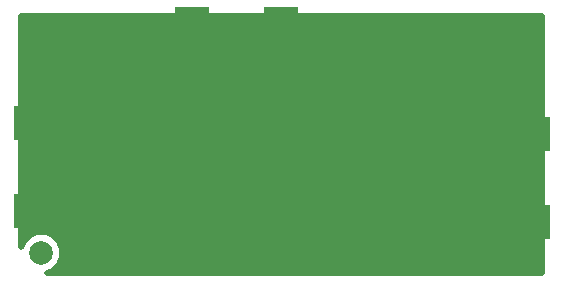
<source format=gbl>
G04 #@! TF.GenerationSoftware,KiCad,Pcbnew,5.0.2-bee76a0~70~ubuntu18.04.1*
G04 #@! TF.CreationDate,2019-03-07T22:18:03-05:00*
G04 #@! TF.ProjectId,mixer,6d697865-722e-46b6-9963-61645f706362,rev?*
G04 #@! TF.SameCoordinates,Original*
G04 #@! TF.FileFunction,Copper,L2,Bot*
G04 #@! TF.FilePolarity,Positive*
%FSLAX46Y46*%
G04 Gerber Fmt 4.6, Leading zero omitted, Abs format (unit mm)*
G04 Created by KiCad (PCBNEW 5.0.2-bee76a0~70~ubuntu18.04.1) date Thu 07 Mar 2019 10:18:03 PM EST*
%MOMM*%
%LPD*%
G01*
G04 APERTURE LIST*
G04 #@! TA.AperFunction,SMDPad,CuDef*
%ADD10R,5.000000X3.000000*%
G04 #@! TD*
G04 #@! TA.AperFunction,SMDPad,CuDef*
%ADD11R,3.000000X5.000000*%
G04 #@! TD*
G04 #@! TA.AperFunction,ComponentPad*
%ADD12C,1.998980*%
G04 #@! TD*
G04 #@! TA.AperFunction,ViaPad*
%ADD13C,0.685800*%
G04 #@! TD*
G04 #@! TA.AperFunction,Conductor*
%ADD14C,0.508000*%
G04 #@! TD*
G04 APERTURE END LIST*
D10*
G04 #@! TO.P,RF-IN,2*
G04 #@! TO.N,GND*
X118237000Y-84098000D03*
X118237000Y-76598000D03*
G04 #@! TD*
D11*
G04 #@! TO.P,J2,2*
G04 #@! TO.N,GND*
X138370000Y-69215000D03*
X130870000Y-69215000D03*
G04 #@! TD*
D10*
G04 #@! TO.P,RF-OUT,2*
G04 #@! TO.N,GND*
X158750000Y-77530000D03*
X158750000Y-85030000D03*
G04 #@! TD*
D12*
G04 #@! TO.P,VDD,1*
G04 #@! TO.N,VDD*
X118110000Y-87630000D03*
G04 #@! TD*
G04 #@! TO.P,GND,1*
G04 #@! TO.N,GND*
X151765000Y-87630000D03*
G04 #@! TD*
D13*
G04 #@! TO.N,GND*
X131572000Y-68072000D03*
X131572000Y-69342000D03*
X131572000Y-70612000D03*
X130048000Y-70612000D03*
X130048000Y-69342000D03*
X130048000Y-68072000D03*
X138938000Y-67818000D03*
X138938000Y-69342000D03*
X138938000Y-70612000D03*
X137414000Y-70612000D03*
X137414000Y-69342000D03*
X137414000Y-67818000D03*
X160020000Y-77216000D03*
X159004000Y-77216000D03*
X157734000Y-77216000D03*
X157734000Y-78486000D03*
X159004000Y-78486000D03*
X160020000Y-78486000D03*
X160020000Y-84582000D03*
X159004000Y-84582000D03*
X157734000Y-84582000D03*
X157734000Y-85852000D03*
X159004000Y-85852000D03*
X160020000Y-85852000D03*
X136144000Y-89154000D03*
X134620000Y-89154000D03*
X141224000Y-76962000D03*
X122428000Y-87122000D03*
X116840000Y-76200000D03*
X118110000Y-76200000D03*
X119380000Y-76200000D03*
X119380000Y-77470000D03*
X118110000Y-77470000D03*
X116840000Y-77470000D03*
X116840000Y-83566000D03*
X118110000Y-83566000D03*
X119634000Y-83566000D03*
X119634000Y-84836000D03*
X118110000Y-84836000D03*
X116840000Y-84836000D03*
X126619000Y-75438000D03*
X135382000Y-81407000D03*
X136271000Y-81407000D03*
X136271000Y-80518000D03*
X135382000Y-80518000D03*
X137922000Y-82931000D03*
X137668000Y-83820000D03*
X138684000Y-83566000D03*
X137922000Y-78994000D03*
X138811000Y-78613000D03*
X138049000Y-78105000D03*
X125857000Y-74676000D03*
X126619000Y-75438000D03*
X126619000Y-75438000D03*
X125857000Y-76073000D03*
X129667000Y-83947000D03*
X129667000Y-84836000D03*
X122428000Y-82804000D03*
X123444000Y-83312000D03*
X124460000Y-82804000D03*
X122428000Y-85598000D03*
X121666000Y-86360000D03*
X141732000Y-76200000D03*
X141732000Y-77724000D03*
X139954000Y-74168000D03*
X140716000Y-74930000D03*
X139954000Y-75692000D03*
X131826000Y-83820000D03*
X137668000Y-85344000D03*
X138684000Y-85344000D03*
X133096000Y-89154000D03*
X137668000Y-89154000D03*
X139192000Y-89154000D03*
X141224000Y-89154000D03*
X142748000Y-89154000D03*
X144780000Y-89154000D03*
X146304000Y-89154000D03*
X147828000Y-89154000D03*
X145796000Y-86868000D03*
X146812000Y-87630000D03*
X147574000Y-86868000D03*
X149606000Y-89154000D03*
X153924000Y-89154000D03*
X155448000Y-89154000D03*
X156718000Y-89154000D03*
X158496000Y-89154000D03*
X160020000Y-88900000D03*
X160020000Y-87122000D03*
X160020000Y-74930000D03*
X160020000Y-73025000D03*
X160020000Y-71120000D03*
X160020000Y-69215000D03*
X158750000Y-67945000D03*
X157480000Y-67945000D03*
X155575000Y-67945000D03*
X153670000Y-67945000D03*
X151765000Y-67945000D03*
X149860000Y-67945000D03*
X147320000Y-67945000D03*
X144780000Y-67945000D03*
X142240000Y-67945000D03*
X128270000Y-67945000D03*
X126365000Y-67945000D03*
X124460000Y-67945000D03*
X122555000Y-67945000D03*
X120650000Y-67945000D03*
X118745000Y-67945000D03*
X116840000Y-67945000D03*
X116840000Y-69215000D03*
X116840000Y-70485000D03*
X116840000Y-71755000D03*
X116840000Y-73660000D03*
X121920000Y-78740000D03*
X123190000Y-78740000D03*
X124460000Y-78105000D03*
X125730000Y-77470000D03*
X130175000Y-78105000D03*
X131445000Y-78105000D03*
X132715000Y-78105000D03*
X132715000Y-76835000D03*
X132715000Y-75565000D03*
X132715000Y-74295000D03*
X132715000Y-73025000D03*
X136525000Y-72390000D03*
X136525000Y-73660000D03*
X138430000Y-76835000D03*
X125730000Y-83820000D03*
X127000000Y-83820000D03*
X128270000Y-83820000D03*
X140335000Y-78105000D03*
X146685000Y-78740000D03*
X147955000Y-79375000D03*
X149860000Y-79375000D03*
X151765000Y-79375000D03*
X153035000Y-79375000D03*
X154940000Y-79375000D03*
X151130000Y-83185000D03*
X152400000Y-83185000D03*
X153670000Y-83185000D03*
X154940000Y-83185000D03*
X150495000Y-85090000D03*
X153670000Y-85090000D03*
X155575000Y-86995000D03*
X143510000Y-71120000D03*
X147320000Y-71120000D03*
X151130000Y-71120000D03*
X154940000Y-71120000D03*
X154940000Y-74930000D03*
X151130000Y-74930000D03*
X147320000Y-74930000D03*
X143510000Y-74930000D03*
X119380000Y-71120000D03*
X121920000Y-71120000D03*
X125730000Y-71120000D03*
X129540000Y-72390000D03*
X121920000Y-73660000D03*
X119380000Y-73660000D03*
X130175000Y-76835000D03*
X130175000Y-75565000D03*
X129540000Y-73660000D03*
X127000000Y-73025000D03*
G04 #@! TD*
D14*
G04 #@! TO.N,GND*
G36*
X160453001Y-89333000D02*
X118601589Y-89333000D01*
X119107804Y-89123319D01*
X119603319Y-88627804D01*
X119871490Y-87980382D01*
X119871490Y-87279618D01*
X119603319Y-86632196D01*
X119107804Y-86136681D01*
X118460382Y-85868510D01*
X117759618Y-85868510D01*
X117112196Y-86136681D01*
X116616681Y-86632196D01*
X116407000Y-87138411D01*
X116407000Y-67512000D01*
X160453000Y-67512000D01*
X160453001Y-89333000D01*
X160453001Y-89333000D01*
G37*
X160453001Y-89333000D02*
X118601589Y-89333000D01*
X119107804Y-89123319D01*
X119603319Y-88627804D01*
X119871490Y-87980382D01*
X119871490Y-87279618D01*
X119603319Y-86632196D01*
X119107804Y-86136681D01*
X118460382Y-85868510D01*
X117759618Y-85868510D01*
X117112196Y-86136681D01*
X116616681Y-86632196D01*
X116407000Y-87138411D01*
X116407000Y-67512000D01*
X160453000Y-67512000D01*
X160453001Y-89333000D01*
G04 #@! TD*
M02*

</source>
